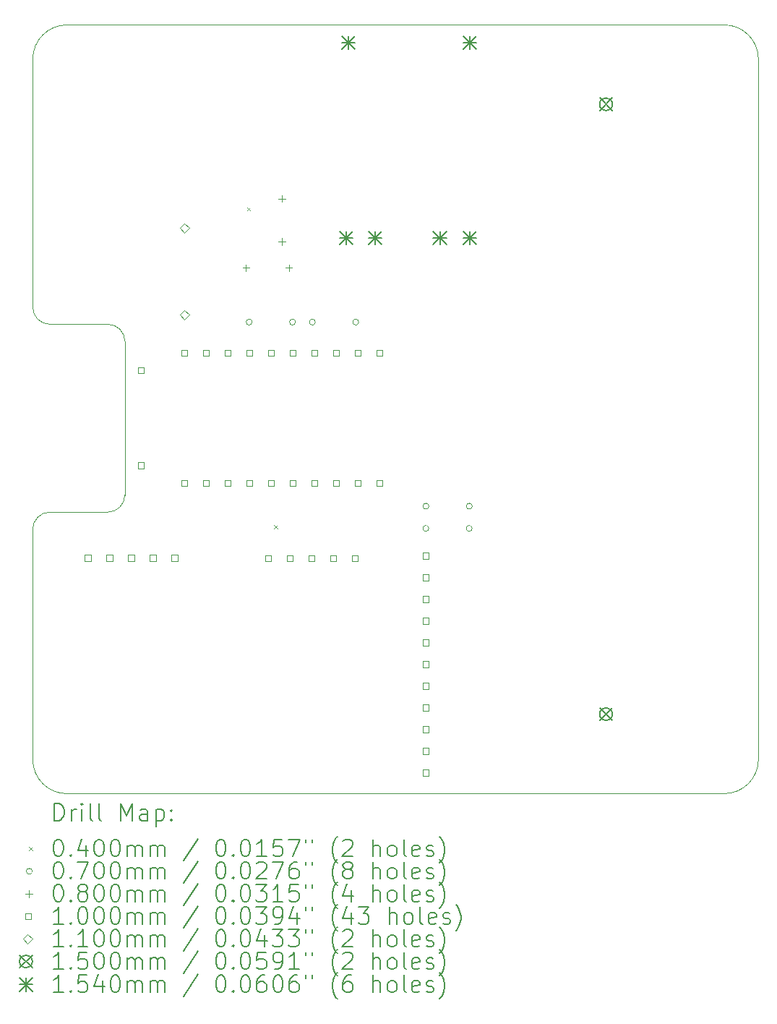
<source format=gbr>
%TF.GenerationSoftware,KiCad,Pcbnew,(6.0.9)*%
%TF.CreationDate,2023-01-27T22:10:23+02:00*%
%TF.ProjectId,Schematics,53636865-6d61-4746-9963-732e6b696361,rev?*%
%TF.SameCoordinates,Original*%
%TF.FileFunction,Drillmap*%
%TF.FilePolarity,Positive*%
%FSLAX45Y45*%
G04 Gerber Fmt 4.5, Leading zero omitted, Abs format (unit mm)*
G04 Created by KiCad (PCBNEW (6.0.9)) date 2023-01-27 22:10:23*
%MOMM*%
%LPD*%
G01*
G04 APERTURE LIST*
%ADD10C,0.100000*%
%ADD11C,0.200000*%
%ADD12C,0.040000*%
%ADD13C,0.070000*%
%ADD14C,0.080000*%
%ADD15C,0.110000*%
%ADD16C,0.150000*%
%ADD17C,0.154000*%
G04 APERTURE END LIST*
D10*
X10390200Y-5985400D02*
G75*
G03*
X9990200Y-6385400I0J-400000D01*
G01*
X18490200Y-6385400D02*
G75*
G03*
X18090200Y-5985400I-400000J0D01*
G01*
X18490200Y-6385400D02*
X18490200Y-14585400D01*
X11069000Y-9690000D02*
G75*
G03*
X10869000Y-9490000I-200000J0D01*
G01*
X11069000Y-9690000D02*
X11069000Y-11490000D01*
X9990200Y-14585400D02*
X9990000Y-11890000D01*
X10190000Y-11690000D02*
G75*
G03*
X9990000Y-11890000I0J-200000D01*
G01*
X10190000Y-11690000D02*
X10869000Y-11690000D01*
X18090200Y-14985400D02*
G75*
G03*
X18490200Y-14585400I0J400000D01*
G01*
X9990000Y-9290000D02*
G75*
G03*
X10190000Y-9490000I200000J0D01*
G01*
X9990200Y-6385400D02*
X9990000Y-9290000D01*
X10190000Y-9490000D02*
X10869000Y-9490000D01*
X10390200Y-5985400D02*
X18090200Y-5985400D01*
X18090200Y-14985400D02*
X10390200Y-14985400D01*
X10869000Y-11690000D02*
G75*
G03*
X11069000Y-11490000I0J200000D01*
G01*
X9990200Y-14585400D02*
G75*
G03*
X10390200Y-14985400I400000J0D01*
G01*
D11*
D12*
X12499000Y-8120000D02*
X12539000Y-8160000D01*
X12539000Y-8120000D02*
X12499000Y-8160000D01*
X12819000Y-11840000D02*
X12859000Y-11880000D01*
X12859000Y-11840000D02*
X12819000Y-11880000D01*
D13*
X12560000Y-9465000D02*
G75*
G03*
X12560000Y-9465000I-35000J0D01*
G01*
X13068000Y-9465000D02*
G75*
G03*
X13068000Y-9465000I-35000J0D01*
G01*
X13300000Y-9465000D02*
G75*
G03*
X13300000Y-9465000I-35000J0D01*
G01*
X13808000Y-9465000D02*
G75*
G03*
X13808000Y-9465000I-35000J0D01*
G01*
X14630000Y-11620000D02*
G75*
G03*
X14630000Y-11620000I-35000J0D01*
G01*
X14630000Y-11880000D02*
G75*
G03*
X14630000Y-11880000I-35000J0D01*
G01*
X15138000Y-11620000D02*
G75*
G03*
X15138000Y-11620000I-35000J0D01*
G01*
X15138000Y-11880000D02*
G75*
G03*
X15138000Y-11880000I-35000J0D01*
G01*
D14*
X12489000Y-8790000D02*
X12489000Y-8870000D01*
X12449000Y-8830000D02*
X12529000Y-8830000D01*
X12909000Y-7980000D02*
X12909000Y-8060000D01*
X12869000Y-8020000D02*
X12949000Y-8020000D01*
X12909000Y-8480000D02*
X12909000Y-8560000D01*
X12869000Y-8520000D02*
X12949000Y-8520000D01*
X12989000Y-8790000D02*
X12989000Y-8870000D01*
X12949000Y-8830000D02*
X13029000Y-8830000D01*
D10*
X10671356Y-12260356D02*
X10671356Y-12189644D01*
X10600644Y-12189644D01*
X10600644Y-12260356D01*
X10671356Y-12260356D01*
X10925356Y-12260356D02*
X10925356Y-12189644D01*
X10854644Y-12189644D01*
X10854644Y-12260356D01*
X10925356Y-12260356D01*
X11179356Y-12260356D02*
X11179356Y-12189644D01*
X11108644Y-12189644D01*
X11108644Y-12260356D01*
X11179356Y-12260356D01*
X11290856Y-10064756D02*
X11290856Y-9994044D01*
X11220144Y-9994044D01*
X11220144Y-10064756D01*
X11290856Y-10064756D01*
X11290856Y-11176756D02*
X11290856Y-11106044D01*
X11220144Y-11106044D01*
X11220144Y-11176756D01*
X11290856Y-11176756D01*
X11433356Y-12260356D02*
X11433356Y-12189644D01*
X11362644Y-12189644D01*
X11362644Y-12260356D01*
X11433356Y-12260356D01*
X11687356Y-12260356D02*
X11687356Y-12189644D01*
X11616644Y-12189644D01*
X11616644Y-12260356D01*
X11687356Y-12260356D01*
X11798856Y-9858756D02*
X11798856Y-9788044D01*
X11728144Y-9788044D01*
X11728144Y-9858756D01*
X11798856Y-9858756D01*
X11798856Y-11382756D02*
X11798856Y-11312044D01*
X11728144Y-11312044D01*
X11728144Y-11382756D01*
X11798856Y-11382756D01*
X12052856Y-9858756D02*
X12052856Y-9788044D01*
X11982144Y-9788044D01*
X11982144Y-9858756D01*
X12052856Y-9858756D01*
X12052856Y-11382756D02*
X12052856Y-11312044D01*
X11982144Y-11312044D01*
X11982144Y-11382756D01*
X12052856Y-11382756D01*
X12306856Y-9858756D02*
X12306856Y-9788044D01*
X12236144Y-9788044D01*
X12236144Y-9858756D01*
X12306856Y-9858756D01*
X12306856Y-11382756D02*
X12306856Y-11312044D01*
X12236144Y-11312044D01*
X12236144Y-11382756D01*
X12306856Y-11382756D01*
X12560856Y-9858756D02*
X12560856Y-9788044D01*
X12490144Y-9788044D01*
X12490144Y-9858756D01*
X12560856Y-9858756D01*
X12560856Y-11382756D02*
X12560856Y-11312044D01*
X12490144Y-11312044D01*
X12490144Y-11382756D01*
X12560856Y-11382756D01*
X12784556Y-12264306D02*
X12784556Y-12193594D01*
X12713844Y-12193594D01*
X12713844Y-12264306D01*
X12784556Y-12264306D01*
X12814856Y-9858756D02*
X12814856Y-9788044D01*
X12744144Y-9788044D01*
X12744144Y-9858756D01*
X12814856Y-9858756D01*
X12814856Y-11382756D02*
X12814856Y-11312044D01*
X12744144Y-11312044D01*
X12744144Y-11382756D01*
X12814856Y-11382756D01*
X13038556Y-12264306D02*
X13038556Y-12193594D01*
X12967844Y-12193594D01*
X12967844Y-12264306D01*
X13038556Y-12264306D01*
X13068856Y-9858756D02*
X13068856Y-9788044D01*
X12998144Y-9788044D01*
X12998144Y-9858756D01*
X13068856Y-9858756D01*
X13068856Y-11382756D02*
X13068856Y-11312044D01*
X12998144Y-11312044D01*
X12998144Y-11382756D01*
X13068856Y-11382756D01*
X13292556Y-12264306D02*
X13292556Y-12193594D01*
X13221844Y-12193594D01*
X13221844Y-12264306D01*
X13292556Y-12264306D01*
X13322856Y-9858756D02*
X13322856Y-9788044D01*
X13252144Y-9788044D01*
X13252144Y-9858756D01*
X13322856Y-9858756D01*
X13322856Y-11382756D02*
X13322856Y-11312044D01*
X13252144Y-11312044D01*
X13252144Y-11382756D01*
X13322856Y-11382756D01*
X13546556Y-12264306D02*
X13546556Y-12193594D01*
X13475844Y-12193594D01*
X13475844Y-12264306D01*
X13546556Y-12264306D01*
X13576856Y-9858756D02*
X13576856Y-9788044D01*
X13506144Y-9788044D01*
X13506144Y-9858756D01*
X13576856Y-9858756D01*
X13576856Y-11382756D02*
X13576856Y-11312044D01*
X13506144Y-11312044D01*
X13506144Y-11382756D01*
X13576856Y-11382756D01*
X13800556Y-12264306D02*
X13800556Y-12193594D01*
X13729844Y-12193594D01*
X13729844Y-12264306D01*
X13800556Y-12264306D01*
X13830856Y-9858756D02*
X13830856Y-9788044D01*
X13760144Y-9788044D01*
X13760144Y-9858756D01*
X13830856Y-9858756D01*
X13830856Y-11382756D02*
X13830856Y-11312044D01*
X13760144Y-11312044D01*
X13760144Y-11382756D01*
X13830856Y-11382756D01*
X14084856Y-9858756D02*
X14084856Y-9788044D01*
X14014144Y-9788044D01*
X14014144Y-9858756D01*
X14084856Y-9858756D01*
X14084856Y-11382756D02*
X14084856Y-11312044D01*
X14014144Y-11312044D01*
X14014144Y-11382756D01*
X14084856Y-11382756D01*
X14629856Y-12234556D02*
X14629856Y-12163844D01*
X14559144Y-12163844D01*
X14559144Y-12234556D01*
X14629856Y-12234556D01*
X14629856Y-12488556D02*
X14629856Y-12417844D01*
X14559144Y-12417844D01*
X14559144Y-12488556D01*
X14629856Y-12488556D01*
X14629856Y-12742556D02*
X14629856Y-12671844D01*
X14559144Y-12671844D01*
X14559144Y-12742556D01*
X14629856Y-12742556D01*
X14629856Y-12996556D02*
X14629856Y-12925844D01*
X14559144Y-12925844D01*
X14559144Y-12996556D01*
X14629856Y-12996556D01*
X14629856Y-13250556D02*
X14629856Y-13179844D01*
X14559144Y-13179844D01*
X14559144Y-13250556D01*
X14629856Y-13250556D01*
X14629856Y-13504556D02*
X14629856Y-13433844D01*
X14559144Y-13433844D01*
X14559144Y-13504556D01*
X14629856Y-13504556D01*
X14629856Y-13758556D02*
X14629856Y-13687844D01*
X14559144Y-13687844D01*
X14559144Y-13758556D01*
X14629856Y-13758556D01*
X14629856Y-14012556D02*
X14629856Y-13941844D01*
X14559144Y-13941844D01*
X14559144Y-14012556D01*
X14629856Y-14012556D01*
X14629856Y-14266556D02*
X14629856Y-14195844D01*
X14559144Y-14195844D01*
X14559144Y-14266556D01*
X14629856Y-14266556D01*
X14629856Y-14520556D02*
X14629856Y-14449844D01*
X14559144Y-14449844D01*
X14559144Y-14520556D01*
X14629856Y-14520556D01*
X14629856Y-14774556D02*
X14629856Y-14703844D01*
X14559144Y-14703844D01*
X14559144Y-14774556D01*
X14629856Y-14774556D01*
D15*
X11769000Y-8417000D02*
X11824000Y-8362000D01*
X11769000Y-8307000D01*
X11714000Y-8362000D01*
X11769000Y-8417000D01*
X11769000Y-9433000D02*
X11824000Y-9378000D01*
X11769000Y-9323000D01*
X11714000Y-9378000D01*
X11769000Y-9433000D01*
D16*
X16630000Y-6840000D02*
X16780000Y-6990000D01*
X16780000Y-6840000D02*
X16630000Y-6990000D01*
X16780000Y-6915000D02*
G75*
G03*
X16780000Y-6915000I-75000J0D01*
G01*
X16630000Y-13980000D02*
X16780000Y-14130000D01*
X16780000Y-13980000D02*
X16630000Y-14130000D01*
X16780000Y-14055000D02*
G75*
G03*
X16780000Y-14055000I-75000J0D01*
G01*
D17*
X13582000Y-8403000D02*
X13736000Y-8557000D01*
X13736000Y-8403000D02*
X13582000Y-8557000D01*
X13659000Y-8403000D02*
X13659000Y-8557000D01*
X13582000Y-8480000D02*
X13736000Y-8480000D01*
X13612000Y-6113000D02*
X13766000Y-6267000D01*
X13766000Y-6113000D02*
X13612000Y-6267000D01*
X13689000Y-6113000D02*
X13689000Y-6267000D01*
X13612000Y-6190000D02*
X13766000Y-6190000D01*
X13922000Y-8403000D02*
X14076000Y-8557000D01*
X14076000Y-8403000D02*
X13922000Y-8557000D01*
X13999000Y-8403000D02*
X13999000Y-8557000D01*
X13922000Y-8480000D02*
X14076000Y-8480000D01*
X14682000Y-8403000D02*
X14836000Y-8557000D01*
X14836000Y-8403000D02*
X14682000Y-8557000D01*
X14759000Y-8403000D02*
X14759000Y-8557000D01*
X14682000Y-8480000D02*
X14836000Y-8480000D01*
X15032000Y-6113000D02*
X15186000Y-6267000D01*
X15186000Y-6113000D02*
X15032000Y-6267000D01*
X15109000Y-6113000D02*
X15109000Y-6267000D01*
X15032000Y-6190000D02*
X15186000Y-6190000D01*
X15032000Y-8403000D02*
X15186000Y-8557000D01*
X15186000Y-8403000D02*
X15032000Y-8557000D01*
X15109000Y-8403000D02*
X15109000Y-8557000D01*
X15032000Y-8480000D02*
X15186000Y-8480000D01*
D11*
X10242619Y-15300876D02*
X10242619Y-15100876D01*
X10290238Y-15100876D01*
X10318810Y-15110400D01*
X10337857Y-15129448D01*
X10347381Y-15148495D01*
X10356905Y-15186590D01*
X10356905Y-15215162D01*
X10347381Y-15253257D01*
X10337857Y-15272305D01*
X10318810Y-15291352D01*
X10290238Y-15300876D01*
X10242619Y-15300876D01*
X10442619Y-15300876D02*
X10442619Y-15167543D01*
X10442619Y-15205638D02*
X10452143Y-15186590D01*
X10461667Y-15177067D01*
X10480714Y-15167543D01*
X10499762Y-15167543D01*
X10566429Y-15300876D02*
X10566429Y-15167543D01*
X10566429Y-15100876D02*
X10556905Y-15110400D01*
X10566429Y-15119924D01*
X10575952Y-15110400D01*
X10566429Y-15100876D01*
X10566429Y-15119924D01*
X10690238Y-15300876D02*
X10671190Y-15291352D01*
X10661667Y-15272305D01*
X10661667Y-15100876D01*
X10795000Y-15300876D02*
X10775952Y-15291352D01*
X10766429Y-15272305D01*
X10766429Y-15100876D01*
X11023571Y-15300876D02*
X11023571Y-15100876D01*
X11090238Y-15243733D01*
X11156905Y-15100876D01*
X11156905Y-15300876D01*
X11337857Y-15300876D02*
X11337857Y-15196114D01*
X11328333Y-15177067D01*
X11309286Y-15167543D01*
X11271190Y-15167543D01*
X11252143Y-15177067D01*
X11337857Y-15291352D02*
X11318809Y-15300876D01*
X11271190Y-15300876D01*
X11252143Y-15291352D01*
X11242619Y-15272305D01*
X11242619Y-15253257D01*
X11252143Y-15234209D01*
X11271190Y-15224686D01*
X11318809Y-15224686D01*
X11337857Y-15215162D01*
X11433095Y-15167543D02*
X11433095Y-15367543D01*
X11433095Y-15177067D02*
X11452143Y-15167543D01*
X11490238Y-15167543D01*
X11509286Y-15177067D01*
X11518809Y-15186590D01*
X11528333Y-15205638D01*
X11528333Y-15262781D01*
X11518809Y-15281828D01*
X11509286Y-15291352D01*
X11490238Y-15300876D01*
X11452143Y-15300876D01*
X11433095Y-15291352D01*
X11614048Y-15281828D02*
X11623571Y-15291352D01*
X11614048Y-15300876D01*
X11604524Y-15291352D01*
X11614048Y-15281828D01*
X11614048Y-15300876D01*
X11614048Y-15177067D02*
X11623571Y-15186590D01*
X11614048Y-15196114D01*
X11604524Y-15186590D01*
X11614048Y-15177067D01*
X11614048Y-15196114D01*
D12*
X9945000Y-15610400D02*
X9985000Y-15650400D01*
X9985000Y-15610400D02*
X9945000Y-15650400D01*
D11*
X10280714Y-15520876D02*
X10299762Y-15520876D01*
X10318810Y-15530400D01*
X10328333Y-15539924D01*
X10337857Y-15558971D01*
X10347381Y-15597067D01*
X10347381Y-15644686D01*
X10337857Y-15682781D01*
X10328333Y-15701828D01*
X10318810Y-15711352D01*
X10299762Y-15720876D01*
X10280714Y-15720876D01*
X10261667Y-15711352D01*
X10252143Y-15701828D01*
X10242619Y-15682781D01*
X10233095Y-15644686D01*
X10233095Y-15597067D01*
X10242619Y-15558971D01*
X10252143Y-15539924D01*
X10261667Y-15530400D01*
X10280714Y-15520876D01*
X10433095Y-15701828D02*
X10442619Y-15711352D01*
X10433095Y-15720876D01*
X10423571Y-15711352D01*
X10433095Y-15701828D01*
X10433095Y-15720876D01*
X10614048Y-15587543D02*
X10614048Y-15720876D01*
X10566429Y-15511352D02*
X10518810Y-15654209D01*
X10642619Y-15654209D01*
X10756905Y-15520876D02*
X10775952Y-15520876D01*
X10795000Y-15530400D01*
X10804524Y-15539924D01*
X10814048Y-15558971D01*
X10823571Y-15597067D01*
X10823571Y-15644686D01*
X10814048Y-15682781D01*
X10804524Y-15701828D01*
X10795000Y-15711352D01*
X10775952Y-15720876D01*
X10756905Y-15720876D01*
X10737857Y-15711352D01*
X10728333Y-15701828D01*
X10718810Y-15682781D01*
X10709286Y-15644686D01*
X10709286Y-15597067D01*
X10718810Y-15558971D01*
X10728333Y-15539924D01*
X10737857Y-15530400D01*
X10756905Y-15520876D01*
X10947381Y-15520876D02*
X10966429Y-15520876D01*
X10985476Y-15530400D01*
X10995000Y-15539924D01*
X11004524Y-15558971D01*
X11014048Y-15597067D01*
X11014048Y-15644686D01*
X11004524Y-15682781D01*
X10995000Y-15701828D01*
X10985476Y-15711352D01*
X10966429Y-15720876D01*
X10947381Y-15720876D01*
X10928333Y-15711352D01*
X10918810Y-15701828D01*
X10909286Y-15682781D01*
X10899762Y-15644686D01*
X10899762Y-15597067D01*
X10909286Y-15558971D01*
X10918810Y-15539924D01*
X10928333Y-15530400D01*
X10947381Y-15520876D01*
X11099762Y-15720876D02*
X11099762Y-15587543D01*
X11099762Y-15606590D02*
X11109286Y-15597067D01*
X11128333Y-15587543D01*
X11156905Y-15587543D01*
X11175952Y-15597067D01*
X11185476Y-15616114D01*
X11185476Y-15720876D01*
X11185476Y-15616114D02*
X11195000Y-15597067D01*
X11214048Y-15587543D01*
X11242619Y-15587543D01*
X11261667Y-15597067D01*
X11271190Y-15616114D01*
X11271190Y-15720876D01*
X11366428Y-15720876D02*
X11366428Y-15587543D01*
X11366428Y-15606590D02*
X11375952Y-15597067D01*
X11395000Y-15587543D01*
X11423571Y-15587543D01*
X11442619Y-15597067D01*
X11452143Y-15616114D01*
X11452143Y-15720876D01*
X11452143Y-15616114D02*
X11461667Y-15597067D01*
X11480714Y-15587543D01*
X11509286Y-15587543D01*
X11528333Y-15597067D01*
X11537857Y-15616114D01*
X11537857Y-15720876D01*
X11928333Y-15511352D02*
X11756905Y-15768495D01*
X12185476Y-15520876D02*
X12204524Y-15520876D01*
X12223571Y-15530400D01*
X12233095Y-15539924D01*
X12242619Y-15558971D01*
X12252143Y-15597067D01*
X12252143Y-15644686D01*
X12242619Y-15682781D01*
X12233095Y-15701828D01*
X12223571Y-15711352D01*
X12204524Y-15720876D01*
X12185476Y-15720876D01*
X12166428Y-15711352D01*
X12156905Y-15701828D01*
X12147381Y-15682781D01*
X12137857Y-15644686D01*
X12137857Y-15597067D01*
X12147381Y-15558971D01*
X12156905Y-15539924D01*
X12166428Y-15530400D01*
X12185476Y-15520876D01*
X12337857Y-15701828D02*
X12347381Y-15711352D01*
X12337857Y-15720876D01*
X12328333Y-15711352D01*
X12337857Y-15701828D01*
X12337857Y-15720876D01*
X12471190Y-15520876D02*
X12490238Y-15520876D01*
X12509286Y-15530400D01*
X12518809Y-15539924D01*
X12528333Y-15558971D01*
X12537857Y-15597067D01*
X12537857Y-15644686D01*
X12528333Y-15682781D01*
X12518809Y-15701828D01*
X12509286Y-15711352D01*
X12490238Y-15720876D01*
X12471190Y-15720876D01*
X12452143Y-15711352D01*
X12442619Y-15701828D01*
X12433095Y-15682781D01*
X12423571Y-15644686D01*
X12423571Y-15597067D01*
X12433095Y-15558971D01*
X12442619Y-15539924D01*
X12452143Y-15530400D01*
X12471190Y-15520876D01*
X12728333Y-15720876D02*
X12614048Y-15720876D01*
X12671190Y-15720876D02*
X12671190Y-15520876D01*
X12652143Y-15549448D01*
X12633095Y-15568495D01*
X12614048Y-15578019D01*
X12909286Y-15520876D02*
X12814048Y-15520876D01*
X12804524Y-15616114D01*
X12814048Y-15606590D01*
X12833095Y-15597067D01*
X12880714Y-15597067D01*
X12899762Y-15606590D01*
X12909286Y-15616114D01*
X12918809Y-15635162D01*
X12918809Y-15682781D01*
X12909286Y-15701828D01*
X12899762Y-15711352D01*
X12880714Y-15720876D01*
X12833095Y-15720876D01*
X12814048Y-15711352D01*
X12804524Y-15701828D01*
X12985476Y-15520876D02*
X13118809Y-15520876D01*
X13033095Y-15720876D01*
X13185476Y-15520876D02*
X13185476Y-15558971D01*
X13261667Y-15520876D02*
X13261667Y-15558971D01*
X13556905Y-15797067D02*
X13547381Y-15787543D01*
X13528333Y-15758971D01*
X13518809Y-15739924D01*
X13509286Y-15711352D01*
X13499762Y-15663733D01*
X13499762Y-15625638D01*
X13509286Y-15578019D01*
X13518809Y-15549448D01*
X13528333Y-15530400D01*
X13547381Y-15501828D01*
X13556905Y-15492305D01*
X13623571Y-15539924D02*
X13633095Y-15530400D01*
X13652143Y-15520876D01*
X13699762Y-15520876D01*
X13718809Y-15530400D01*
X13728333Y-15539924D01*
X13737857Y-15558971D01*
X13737857Y-15578019D01*
X13728333Y-15606590D01*
X13614048Y-15720876D01*
X13737857Y-15720876D01*
X13975952Y-15720876D02*
X13975952Y-15520876D01*
X14061667Y-15720876D02*
X14061667Y-15616114D01*
X14052143Y-15597067D01*
X14033095Y-15587543D01*
X14004524Y-15587543D01*
X13985476Y-15597067D01*
X13975952Y-15606590D01*
X14185476Y-15720876D02*
X14166428Y-15711352D01*
X14156905Y-15701828D01*
X14147381Y-15682781D01*
X14147381Y-15625638D01*
X14156905Y-15606590D01*
X14166428Y-15597067D01*
X14185476Y-15587543D01*
X14214048Y-15587543D01*
X14233095Y-15597067D01*
X14242619Y-15606590D01*
X14252143Y-15625638D01*
X14252143Y-15682781D01*
X14242619Y-15701828D01*
X14233095Y-15711352D01*
X14214048Y-15720876D01*
X14185476Y-15720876D01*
X14366428Y-15720876D02*
X14347381Y-15711352D01*
X14337857Y-15692305D01*
X14337857Y-15520876D01*
X14518809Y-15711352D02*
X14499762Y-15720876D01*
X14461667Y-15720876D01*
X14442619Y-15711352D01*
X14433095Y-15692305D01*
X14433095Y-15616114D01*
X14442619Y-15597067D01*
X14461667Y-15587543D01*
X14499762Y-15587543D01*
X14518809Y-15597067D01*
X14528333Y-15616114D01*
X14528333Y-15635162D01*
X14433095Y-15654209D01*
X14604524Y-15711352D02*
X14623571Y-15720876D01*
X14661667Y-15720876D01*
X14680714Y-15711352D01*
X14690238Y-15692305D01*
X14690238Y-15682781D01*
X14680714Y-15663733D01*
X14661667Y-15654209D01*
X14633095Y-15654209D01*
X14614048Y-15644686D01*
X14604524Y-15625638D01*
X14604524Y-15616114D01*
X14614048Y-15597067D01*
X14633095Y-15587543D01*
X14661667Y-15587543D01*
X14680714Y-15597067D01*
X14756905Y-15797067D02*
X14766428Y-15787543D01*
X14785476Y-15758971D01*
X14795000Y-15739924D01*
X14804524Y-15711352D01*
X14814048Y-15663733D01*
X14814048Y-15625638D01*
X14804524Y-15578019D01*
X14795000Y-15549448D01*
X14785476Y-15530400D01*
X14766428Y-15501828D01*
X14756905Y-15492305D01*
D13*
X9985000Y-15894400D02*
G75*
G03*
X9985000Y-15894400I-35000J0D01*
G01*
D11*
X10280714Y-15784876D02*
X10299762Y-15784876D01*
X10318810Y-15794400D01*
X10328333Y-15803924D01*
X10337857Y-15822971D01*
X10347381Y-15861067D01*
X10347381Y-15908686D01*
X10337857Y-15946781D01*
X10328333Y-15965828D01*
X10318810Y-15975352D01*
X10299762Y-15984876D01*
X10280714Y-15984876D01*
X10261667Y-15975352D01*
X10252143Y-15965828D01*
X10242619Y-15946781D01*
X10233095Y-15908686D01*
X10233095Y-15861067D01*
X10242619Y-15822971D01*
X10252143Y-15803924D01*
X10261667Y-15794400D01*
X10280714Y-15784876D01*
X10433095Y-15965828D02*
X10442619Y-15975352D01*
X10433095Y-15984876D01*
X10423571Y-15975352D01*
X10433095Y-15965828D01*
X10433095Y-15984876D01*
X10509286Y-15784876D02*
X10642619Y-15784876D01*
X10556905Y-15984876D01*
X10756905Y-15784876D02*
X10775952Y-15784876D01*
X10795000Y-15794400D01*
X10804524Y-15803924D01*
X10814048Y-15822971D01*
X10823571Y-15861067D01*
X10823571Y-15908686D01*
X10814048Y-15946781D01*
X10804524Y-15965828D01*
X10795000Y-15975352D01*
X10775952Y-15984876D01*
X10756905Y-15984876D01*
X10737857Y-15975352D01*
X10728333Y-15965828D01*
X10718810Y-15946781D01*
X10709286Y-15908686D01*
X10709286Y-15861067D01*
X10718810Y-15822971D01*
X10728333Y-15803924D01*
X10737857Y-15794400D01*
X10756905Y-15784876D01*
X10947381Y-15784876D02*
X10966429Y-15784876D01*
X10985476Y-15794400D01*
X10995000Y-15803924D01*
X11004524Y-15822971D01*
X11014048Y-15861067D01*
X11014048Y-15908686D01*
X11004524Y-15946781D01*
X10995000Y-15965828D01*
X10985476Y-15975352D01*
X10966429Y-15984876D01*
X10947381Y-15984876D01*
X10928333Y-15975352D01*
X10918810Y-15965828D01*
X10909286Y-15946781D01*
X10899762Y-15908686D01*
X10899762Y-15861067D01*
X10909286Y-15822971D01*
X10918810Y-15803924D01*
X10928333Y-15794400D01*
X10947381Y-15784876D01*
X11099762Y-15984876D02*
X11099762Y-15851543D01*
X11099762Y-15870590D02*
X11109286Y-15861067D01*
X11128333Y-15851543D01*
X11156905Y-15851543D01*
X11175952Y-15861067D01*
X11185476Y-15880114D01*
X11185476Y-15984876D01*
X11185476Y-15880114D02*
X11195000Y-15861067D01*
X11214048Y-15851543D01*
X11242619Y-15851543D01*
X11261667Y-15861067D01*
X11271190Y-15880114D01*
X11271190Y-15984876D01*
X11366428Y-15984876D02*
X11366428Y-15851543D01*
X11366428Y-15870590D02*
X11375952Y-15861067D01*
X11395000Y-15851543D01*
X11423571Y-15851543D01*
X11442619Y-15861067D01*
X11452143Y-15880114D01*
X11452143Y-15984876D01*
X11452143Y-15880114D02*
X11461667Y-15861067D01*
X11480714Y-15851543D01*
X11509286Y-15851543D01*
X11528333Y-15861067D01*
X11537857Y-15880114D01*
X11537857Y-15984876D01*
X11928333Y-15775352D02*
X11756905Y-16032495D01*
X12185476Y-15784876D02*
X12204524Y-15784876D01*
X12223571Y-15794400D01*
X12233095Y-15803924D01*
X12242619Y-15822971D01*
X12252143Y-15861067D01*
X12252143Y-15908686D01*
X12242619Y-15946781D01*
X12233095Y-15965828D01*
X12223571Y-15975352D01*
X12204524Y-15984876D01*
X12185476Y-15984876D01*
X12166428Y-15975352D01*
X12156905Y-15965828D01*
X12147381Y-15946781D01*
X12137857Y-15908686D01*
X12137857Y-15861067D01*
X12147381Y-15822971D01*
X12156905Y-15803924D01*
X12166428Y-15794400D01*
X12185476Y-15784876D01*
X12337857Y-15965828D02*
X12347381Y-15975352D01*
X12337857Y-15984876D01*
X12328333Y-15975352D01*
X12337857Y-15965828D01*
X12337857Y-15984876D01*
X12471190Y-15784876D02*
X12490238Y-15784876D01*
X12509286Y-15794400D01*
X12518809Y-15803924D01*
X12528333Y-15822971D01*
X12537857Y-15861067D01*
X12537857Y-15908686D01*
X12528333Y-15946781D01*
X12518809Y-15965828D01*
X12509286Y-15975352D01*
X12490238Y-15984876D01*
X12471190Y-15984876D01*
X12452143Y-15975352D01*
X12442619Y-15965828D01*
X12433095Y-15946781D01*
X12423571Y-15908686D01*
X12423571Y-15861067D01*
X12433095Y-15822971D01*
X12442619Y-15803924D01*
X12452143Y-15794400D01*
X12471190Y-15784876D01*
X12614048Y-15803924D02*
X12623571Y-15794400D01*
X12642619Y-15784876D01*
X12690238Y-15784876D01*
X12709286Y-15794400D01*
X12718809Y-15803924D01*
X12728333Y-15822971D01*
X12728333Y-15842019D01*
X12718809Y-15870590D01*
X12604524Y-15984876D01*
X12728333Y-15984876D01*
X12795000Y-15784876D02*
X12928333Y-15784876D01*
X12842619Y-15984876D01*
X13090238Y-15784876D02*
X13052143Y-15784876D01*
X13033095Y-15794400D01*
X13023571Y-15803924D01*
X13004524Y-15832495D01*
X12995000Y-15870590D01*
X12995000Y-15946781D01*
X13004524Y-15965828D01*
X13014048Y-15975352D01*
X13033095Y-15984876D01*
X13071190Y-15984876D01*
X13090238Y-15975352D01*
X13099762Y-15965828D01*
X13109286Y-15946781D01*
X13109286Y-15899162D01*
X13099762Y-15880114D01*
X13090238Y-15870590D01*
X13071190Y-15861067D01*
X13033095Y-15861067D01*
X13014048Y-15870590D01*
X13004524Y-15880114D01*
X12995000Y-15899162D01*
X13185476Y-15784876D02*
X13185476Y-15822971D01*
X13261667Y-15784876D02*
X13261667Y-15822971D01*
X13556905Y-16061067D02*
X13547381Y-16051543D01*
X13528333Y-16022971D01*
X13518809Y-16003924D01*
X13509286Y-15975352D01*
X13499762Y-15927733D01*
X13499762Y-15889638D01*
X13509286Y-15842019D01*
X13518809Y-15813448D01*
X13528333Y-15794400D01*
X13547381Y-15765828D01*
X13556905Y-15756305D01*
X13661667Y-15870590D02*
X13642619Y-15861067D01*
X13633095Y-15851543D01*
X13623571Y-15832495D01*
X13623571Y-15822971D01*
X13633095Y-15803924D01*
X13642619Y-15794400D01*
X13661667Y-15784876D01*
X13699762Y-15784876D01*
X13718809Y-15794400D01*
X13728333Y-15803924D01*
X13737857Y-15822971D01*
X13737857Y-15832495D01*
X13728333Y-15851543D01*
X13718809Y-15861067D01*
X13699762Y-15870590D01*
X13661667Y-15870590D01*
X13642619Y-15880114D01*
X13633095Y-15889638D01*
X13623571Y-15908686D01*
X13623571Y-15946781D01*
X13633095Y-15965828D01*
X13642619Y-15975352D01*
X13661667Y-15984876D01*
X13699762Y-15984876D01*
X13718809Y-15975352D01*
X13728333Y-15965828D01*
X13737857Y-15946781D01*
X13737857Y-15908686D01*
X13728333Y-15889638D01*
X13718809Y-15880114D01*
X13699762Y-15870590D01*
X13975952Y-15984876D02*
X13975952Y-15784876D01*
X14061667Y-15984876D02*
X14061667Y-15880114D01*
X14052143Y-15861067D01*
X14033095Y-15851543D01*
X14004524Y-15851543D01*
X13985476Y-15861067D01*
X13975952Y-15870590D01*
X14185476Y-15984876D02*
X14166428Y-15975352D01*
X14156905Y-15965828D01*
X14147381Y-15946781D01*
X14147381Y-15889638D01*
X14156905Y-15870590D01*
X14166428Y-15861067D01*
X14185476Y-15851543D01*
X14214048Y-15851543D01*
X14233095Y-15861067D01*
X14242619Y-15870590D01*
X14252143Y-15889638D01*
X14252143Y-15946781D01*
X14242619Y-15965828D01*
X14233095Y-15975352D01*
X14214048Y-15984876D01*
X14185476Y-15984876D01*
X14366428Y-15984876D02*
X14347381Y-15975352D01*
X14337857Y-15956305D01*
X14337857Y-15784876D01*
X14518809Y-15975352D02*
X14499762Y-15984876D01*
X14461667Y-15984876D01*
X14442619Y-15975352D01*
X14433095Y-15956305D01*
X14433095Y-15880114D01*
X14442619Y-15861067D01*
X14461667Y-15851543D01*
X14499762Y-15851543D01*
X14518809Y-15861067D01*
X14528333Y-15880114D01*
X14528333Y-15899162D01*
X14433095Y-15918209D01*
X14604524Y-15975352D02*
X14623571Y-15984876D01*
X14661667Y-15984876D01*
X14680714Y-15975352D01*
X14690238Y-15956305D01*
X14690238Y-15946781D01*
X14680714Y-15927733D01*
X14661667Y-15918209D01*
X14633095Y-15918209D01*
X14614048Y-15908686D01*
X14604524Y-15889638D01*
X14604524Y-15880114D01*
X14614048Y-15861067D01*
X14633095Y-15851543D01*
X14661667Y-15851543D01*
X14680714Y-15861067D01*
X14756905Y-16061067D02*
X14766428Y-16051543D01*
X14785476Y-16022971D01*
X14795000Y-16003924D01*
X14804524Y-15975352D01*
X14814048Y-15927733D01*
X14814048Y-15889638D01*
X14804524Y-15842019D01*
X14795000Y-15813448D01*
X14785476Y-15794400D01*
X14766428Y-15765828D01*
X14756905Y-15756305D01*
D14*
X9945000Y-16118400D02*
X9945000Y-16198400D01*
X9905000Y-16158400D02*
X9985000Y-16158400D01*
D11*
X10280714Y-16048876D02*
X10299762Y-16048876D01*
X10318810Y-16058400D01*
X10328333Y-16067924D01*
X10337857Y-16086971D01*
X10347381Y-16125067D01*
X10347381Y-16172686D01*
X10337857Y-16210781D01*
X10328333Y-16229828D01*
X10318810Y-16239352D01*
X10299762Y-16248876D01*
X10280714Y-16248876D01*
X10261667Y-16239352D01*
X10252143Y-16229828D01*
X10242619Y-16210781D01*
X10233095Y-16172686D01*
X10233095Y-16125067D01*
X10242619Y-16086971D01*
X10252143Y-16067924D01*
X10261667Y-16058400D01*
X10280714Y-16048876D01*
X10433095Y-16229828D02*
X10442619Y-16239352D01*
X10433095Y-16248876D01*
X10423571Y-16239352D01*
X10433095Y-16229828D01*
X10433095Y-16248876D01*
X10556905Y-16134590D02*
X10537857Y-16125067D01*
X10528333Y-16115543D01*
X10518810Y-16096495D01*
X10518810Y-16086971D01*
X10528333Y-16067924D01*
X10537857Y-16058400D01*
X10556905Y-16048876D01*
X10595000Y-16048876D01*
X10614048Y-16058400D01*
X10623571Y-16067924D01*
X10633095Y-16086971D01*
X10633095Y-16096495D01*
X10623571Y-16115543D01*
X10614048Y-16125067D01*
X10595000Y-16134590D01*
X10556905Y-16134590D01*
X10537857Y-16144114D01*
X10528333Y-16153638D01*
X10518810Y-16172686D01*
X10518810Y-16210781D01*
X10528333Y-16229828D01*
X10537857Y-16239352D01*
X10556905Y-16248876D01*
X10595000Y-16248876D01*
X10614048Y-16239352D01*
X10623571Y-16229828D01*
X10633095Y-16210781D01*
X10633095Y-16172686D01*
X10623571Y-16153638D01*
X10614048Y-16144114D01*
X10595000Y-16134590D01*
X10756905Y-16048876D02*
X10775952Y-16048876D01*
X10795000Y-16058400D01*
X10804524Y-16067924D01*
X10814048Y-16086971D01*
X10823571Y-16125067D01*
X10823571Y-16172686D01*
X10814048Y-16210781D01*
X10804524Y-16229828D01*
X10795000Y-16239352D01*
X10775952Y-16248876D01*
X10756905Y-16248876D01*
X10737857Y-16239352D01*
X10728333Y-16229828D01*
X10718810Y-16210781D01*
X10709286Y-16172686D01*
X10709286Y-16125067D01*
X10718810Y-16086971D01*
X10728333Y-16067924D01*
X10737857Y-16058400D01*
X10756905Y-16048876D01*
X10947381Y-16048876D02*
X10966429Y-16048876D01*
X10985476Y-16058400D01*
X10995000Y-16067924D01*
X11004524Y-16086971D01*
X11014048Y-16125067D01*
X11014048Y-16172686D01*
X11004524Y-16210781D01*
X10995000Y-16229828D01*
X10985476Y-16239352D01*
X10966429Y-16248876D01*
X10947381Y-16248876D01*
X10928333Y-16239352D01*
X10918810Y-16229828D01*
X10909286Y-16210781D01*
X10899762Y-16172686D01*
X10899762Y-16125067D01*
X10909286Y-16086971D01*
X10918810Y-16067924D01*
X10928333Y-16058400D01*
X10947381Y-16048876D01*
X11099762Y-16248876D02*
X11099762Y-16115543D01*
X11099762Y-16134590D02*
X11109286Y-16125067D01*
X11128333Y-16115543D01*
X11156905Y-16115543D01*
X11175952Y-16125067D01*
X11185476Y-16144114D01*
X11185476Y-16248876D01*
X11185476Y-16144114D02*
X11195000Y-16125067D01*
X11214048Y-16115543D01*
X11242619Y-16115543D01*
X11261667Y-16125067D01*
X11271190Y-16144114D01*
X11271190Y-16248876D01*
X11366428Y-16248876D02*
X11366428Y-16115543D01*
X11366428Y-16134590D02*
X11375952Y-16125067D01*
X11395000Y-16115543D01*
X11423571Y-16115543D01*
X11442619Y-16125067D01*
X11452143Y-16144114D01*
X11452143Y-16248876D01*
X11452143Y-16144114D02*
X11461667Y-16125067D01*
X11480714Y-16115543D01*
X11509286Y-16115543D01*
X11528333Y-16125067D01*
X11537857Y-16144114D01*
X11537857Y-16248876D01*
X11928333Y-16039352D02*
X11756905Y-16296495D01*
X12185476Y-16048876D02*
X12204524Y-16048876D01*
X12223571Y-16058400D01*
X12233095Y-16067924D01*
X12242619Y-16086971D01*
X12252143Y-16125067D01*
X12252143Y-16172686D01*
X12242619Y-16210781D01*
X12233095Y-16229828D01*
X12223571Y-16239352D01*
X12204524Y-16248876D01*
X12185476Y-16248876D01*
X12166428Y-16239352D01*
X12156905Y-16229828D01*
X12147381Y-16210781D01*
X12137857Y-16172686D01*
X12137857Y-16125067D01*
X12147381Y-16086971D01*
X12156905Y-16067924D01*
X12166428Y-16058400D01*
X12185476Y-16048876D01*
X12337857Y-16229828D02*
X12347381Y-16239352D01*
X12337857Y-16248876D01*
X12328333Y-16239352D01*
X12337857Y-16229828D01*
X12337857Y-16248876D01*
X12471190Y-16048876D02*
X12490238Y-16048876D01*
X12509286Y-16058400D01*
X12518809Y-16067924D01*
X12528333Y-16086971D01*
X12537857Y-16125067D01*
X12537857Y-16172686D01*
X12528333Y-16210781D01*
X12518809Y-16229828D01*
X12509286Y-16239352D01*
X12490238Y-16248876D01*
X12471190Y-16248876D01*
X12452143Y-16239352D01*
X12442619Y-16229828D01*
X12433095Y-16210781D01*
X12423571Y-16172686D01*
X12423571Y-16125067D01*
X12433095Y-16086971D01*
X12442619Y-16067924D01*
X12452143Y-16058400D01*
X12471190Y-16048876D01*
X12604524Y-16048876D02*
X12728333Y-16048876D01*
X12661667Y-16125067D01*
X12690238Y-16125067D01*
X12709286Y-16134590D01*
X12718809Y-16144114D01*
X12728333Y-16163162D01*
X12728333Y-16210781D01*
X12718809Y-16229828D01*
X12709286Y-16239352D01*
X12690238Y-16248876D01*
X12633095Y-16248876D01*
X12614048Y-16239352D01*
X12604524Y-16229828D01*
X12918809Y-16248876D02*
X12804524Y-16248876D01*
X12861667Y-16248876D02*
X12861667Y-16048876D01*
X12842619Y-16077448D01*
X12823571Y-16096495D01*
X12804524Y-16106019D01*
X13099762Y-16048876D02*
X13004524Y-16048876D01*
X12995000Y-16144114D01*
X13004524Y-16134590D01*
X13023571Y-16125067D01*
X13071190Y-16125067D01*
X13090238Y-16134590D01*
X13099762Y-16144114D01*
X13109286Y-16163162D01*
X13109286Y-16210781D01*
X13099762Y-16229828D01*
X13090238Y-16239352D01*
X13071190Y-16248876D01*
X13023571Y-16248876D01*
X13004524Y-16239352D01*
X12995000Y-16229828D01*
X13185476Y-16048876D02*
X13185476Y-16086971D01*
X13261667Y-16048876D02*
X13261667Y-16086971D01*
X13556905Y-16325067D02*
X13547381Y-16315543D01*
X13528333Y-16286971D01*
X13518809Y-16267924D01*
X13509286Y-16239352D01*
X13499762Y-16191733D01*
X13499762Y-16153638D01*
X13509286Y-16106019D01*
X13518809Y-16077448D01*
X13528333Y-16058400D01*
X13547381Y-16029828D01*
X13556905Y-16020305D01*
X13718809Y-16115543D02*
X13718809Y-16248876D01*
X13671190Y-16039352D02*
X13623571Y-16182209D01*
X13747381Y-16182209D01*
X13975952Y-16248876D02*
X13975952Y-16048876D01*
X14061667Y-16248876D02*
X14061667Y-16144114D01*
X14052143Y-16125067D01*
X14033095Y-16115543D01*
X14004524Y-16115543D01*
X13985476Y-16125067D01*
X13975952Y-16134590D01*
X14185476Y-16248876D02*
X14166428Y-16239352D01*
X14156905Y-16229828D01*
X14147381Y-16210781D01*
X14147381Y-16153638D01*
X14156905Y-16134590D01*
X14166428Y-16125067D01*
X14185476Y-16115543D01*
X14214048Y-16115543D01*
X14233095Y-16125067D01*
X14242619Y-16134590D01*
X14252143Y-16153638D01*
X14252143Y-16210781D01*
X14242619Y-16229828D01*
X14233095Y-16239352D01*
X14214048Y-16248876D01*
X14185476Y-16248876D01*
X14366428Y-16248876D02*
X14347381Y-16239352D01*
X14337857Y-16220305D01*
X14337857Y-16048876D01*
X14518809Y-16239352D02*
X14499762Y-16248876D01*
X14461667Y-16248876D01*
X14442619Y-16239352D01*
X14433095Y-16220305D01*
X14433095Y-16144114D01*
X14442619Y-16125067D01*
X14461667Y-16115543D01*
X14499762Y-16115543D01*
X14518809Y-16125067D01*
X14528333Y-16144114D01*
X14528333Y-16163162D01*
X14433095Y-16182209D01*
X14604524Y-16239352D02*
X14623571Y-16248876D01*
X14661667Y-16248876D01*
X14680714Y-16239352D01*
X14690238Y-16220305D01*
X14690238Y-16210781D01*
X14680714Y-16191733D01*
X14661667Y-16182209D01*
X14633095Y-16182209D01*
X14614048Y-16172686D01*
X14604524Y-16153638D01*
X14604524Y-16144114D01*
X14614048Y-16125067D01*
X14633095Y-16115543D01*
X14661667Y-16115543D01*
X14680714Y-16125067D01*
X14756905Y-16325067D02*
X14766428Y-16315543D01*
X14785476Y-16286971D01*
X14795000Y-16267924D01*
X14804524Y-16239352D01*
X14814048Y-16191733D01*
X14814048Y-16153638D01*
X14804524Y-16106019D01*
X14795000Y-16077448D01*
X14785476Y-16058400D01*
X14766428Y-16029828D01*
X14756905Y-16020305D01*
D10*
X9970356Y-16457756D02*
X9970356Y-16387044D01*
X9899644Y-16387044D01*
X9899644Y-16457756D01*
X9970356Y-16457756D01*
D11*
X10347381Y-16512876D02*
X10233095Y-16512876D01*
X10290238Y-16512876D02*
X10290238Y-16312876D01*
X10271190Y-16341448D01*
X10252143Y-16360495D01*
X10233095Y-16370019D01*
X10433095Y-16493828D02*
X10442619Y-16503352D01*
X10433095Y-16512876D01*
X10423571Y-16503352D01*
X10433095Y-16493828D01*
X10433095Y-16512876D01*
X10566429Y-16312876D02*
X10585476Y-16312876D01*
X10604524Y-16322400D01*
X10614048Y-16331924D01*
X10623571Y-16350971D01*
X10633095Y-16389067D01*
X10633095Y-16436686D01*
X10623571Y-16474781D01*
X10614048Y-16493828D01*
X10604524Y-16503352D01*
X10585476Y-16512876D01*
X10566429Y-16512876D01*
X10547381Y-16503352D01*
X10537857Y-16493828D01*
X10528333Y-16474781D01*
X10518810Y-16436686D01*
X10518810Y-16389067D01*
X10528333Y-16350971D01*
X10537857Y-16331924D01*
X10547381Y-16322400D01*
X10566429Y-16312876D01*
X10756905Y-16312876D02*
X10775952Y-16312876D01*
X10795000Y-16322400D01*
X10804524Y-16331924D01*
X10814048Y-16350971D01*
X10823571Y-16389067D01*
X10823571Y-16436686D01*
X10814048Y-16474781D01*
X10804524Y-16493828D01*
X10795000Y-16503352D01*
X10775952Y-16512876D01*
X10756905Y-16512876D01*
X10737857Y-16503352D01*
X10728333Y-16493828D01*
X10718810Y-16474781D01*
X10709286Y-16436686D01*
X10709286Y-16389067D01*
X10718810Y-16350971D01*
X10728333Y-16331924D01*
X10737857Y-16322400D01*
X10756905Y-16312876D01*
X10947381Y-16312876D02*
X10966429Y-16312876D01*
X10985476Y-16322400D01*
X10995000Y-16331924D01*
X11004524Y-16350971D01*
X11014048Y-16389067D01*
X11014048Y-16436686D01*
X11004524Y-16474781D01*
X10995000Y-16493828D01*
X10985476Y-16503352D01*
X10966429Y-16512876D01*
X10947381Y-16512876D01*
X10928333Y-16503352D01*
X10918810Y-16493828D01*
X10909286Y-16474781D01*
X10899762Y-16436686D01*
X10899762Y-16389067D01*
X10909286Y-16350971D01*
X10918810Y-16331924D01*
X10928333Y-16322400D01*
X10947381Y-16312876D01*
X11099762Y-16512876D02*
X11099762Y-16379543D01*
X11099762Y-16398590D02*
X11109286Y-16389067D01*
X11128333Y-16379543D01*
X11156905Y-16379543D01*
X11175952Y-16389067D01*
X11185476Y-16408114D01*
X11185476Y-16512876D01*
X11185476Y-16408114D02*
X11195000Y-16389067D01*
X11214048Y-16379543D01*
X11242619Y-16379543D01*
X11261667Y-16389067D01*
X11271190Y-16408114D01*
X11271190Y-16512876D01*
X11366428Y-16512876D02*
X11366428Y-16379543D01*
X11366428Y-16398590D02*
X11375952Y-16389067D01*
X11395000Y-16379543D01*
X11423571Y-16379543D01*
X11442619Y-16389067D01*
X11452143Y-16408114D01*
X11452143Y-16512876D01*
X11452143Y-16408114D02*
X11461667Y-16389067D01*
X11480714Y-16379543D01*
X11509286Y-16379543D01*
X11528333Y-16389067D01*
X11537857Y-16408114D01*
X11537857Y-16512876D01*
X11928333Y-16303352D02*
X11756905Y-16560495D01*
X12185476Y-16312876D02*
X12204524Y-16312876D01*
X12223571Y-16322400D01*
X12233095Y-16331924D01*
X12242619Y-16350971D01*
X12252143Y-16389067D01*
X12252143Y-16436686D01*
X12242619Y-16474781D01*
X12233095Y-16493828D01*
X12223571Y-16503352D01*
X12204524Y-16512876D01*
X12185476Y-16512876D01*
X12166428Y-16503352D01*
X12156905Y-16493828D01*
X12147381Y-16474781D01*
X12137857Y-16436686D01*
X12137857Y-16389067D01*
X12147381Y-16350971D01*
X12156905Y-16331924D01*
X12166428Y-16322400D01*
X12185476Y-16312876D01*
X12337857Y-16493828D02*
X12347381Y-16503352D01*
X12337857Y-16512876D01*
X12328333Y-16503352D01*
X12337857Y-16493828D01*
X12337857Y-16512876D01*
X12471190Y-16312876D02*
X12490238Y-16312876D01*
X12509286Y-16322400D01*
X12518809Y-16331924D01*
X12528333Y-16350971D01*
X12537857Y-16389067D01*
X12537857Y-16436686D01*
X12528333Y-16474781D01*
X12518809Y-16493828D01*
X12509286Y-16503352D01*
X12490238Y-16512876D01*
X12471190Y-16512876D01*
X12452143Y-16503352D01*
X12442619Y-16493828D01*
X12433095Y-16474781D01*
X12423571Y-16436686D01*
X12423571Y-16389067D01*
X12433095Y-16350971D01*
X12442619Y-16331924D01*
X12452143Y-16322400D01*
X12471190Y-16312876D01*
X12604524Y-16312876D02*
X12728333Y-16312876D01*
X12661667Y-16389067D01*
X12690238Y-16389067D01*
X12709286Y-16398590D01*
X12718809Y-16408114D01*
X12728333Y-16427162D01*
X12728333Y-16474781D01*
X12718809Y-16493828D01*
X12709286Y-16503352D01*
X12690238Y-16512876D01*
X12633095Y-16512876D01*
X12614048Y-16503352D01*
X12604524Y-16493828D01*
X12823571Y-16512876D02*
X12861667Y-16512876D01*
X12880714Y-16503352D01*
X12890238Y-16493828D01*
X12909286Y-16465257D01*
X12918809Y-16427162D01*
X12918809Y-16350971D01*
X12909286Y-16331924D01*
X12899762Y-16322400D01*
X12880714Y-16312876D01*
X12842619Y-16312876D01*
X12823571Y-16322400D01*
X12814048Y-16331924D01*
X12804524Y-16350971D01*
X12804524Y-16398590D01*
X12814048Y-16417638D01*
X12823571Y-16427162D01*
X12842619Y-16436686D01*
X12880714Y-16436686D01*
X12899762Y-16427162D01*
X12909286Y-16417638D01*
X12918809Y-16398590D01*
X13090238Y-16379543D02*
X13090238Y-16512876D01*
X13042619Y-16303352D02*
X12995000Y-16446209D01*
X13118809Y-16446209D01*
X13185476Y-16312876D02*
X13185476Y-16350971D01*
X13261667Y-16312876D02*
X13261667Y-16350971D01*
X13556905Y-16589067D02*
X13547381Y-16579543D01*
X13528333Y-16550971D01*
X13518809Y-16531924D01*
X13509286Y-16503352D01*
X13499762Y-16455733D01*
X13499762Y-16417638D01*
X13509286Y-16370019D01*
X13518809Y-16341448D01*
X13528333Y-16322400D01*
X13547381Y-16293828D01*
X13556905Y-16284305D01*
X13718809Y-16379543D02*
X13718809Y-16512876D01*
X13671190Y-16303352D02*
X13623571Y-16446209D01*
X13747381Y-16446209D01*
X13804524Y-16312876D02*
X13928333Y-16312876D01*
X13861667Y-16389067D01*
X13890238Y-16389067D01*
X13909286Y-16398590D01*
X13918809Y-16408114D01*
X13928333Y-16427162D01*
X13928333Y-16474781D01*
X13918809Y-16493828D01*
X13909286Y-16503352D01*
X13890238Y-16512876D01*
X13833095Y-16512876D01*
X13814048Y-16503352D01*
X13804524Y-16493828D01*
X14166428Y-16512876D02*
X14166428Y-16312876D01*
X14252143Y-16512876D02*
X14252143Y-16408114D01*
X14242619Y-16389067D01*
X14223571Y-16379543D01*
X14195000Y-16379543D01*
X14175952Y-16389067D01*
X14166428Y-16398590D01*
X14375952Y-16512876D02*
X14356905Y-16503352D01*
X14347381Y-16493828D01*
X14337857Y-16474781D01*
X14337857Y-16417638D01*
X14347381Y-16398590D01*
X14356905Y-16389067D01*
X14375952Y-16379543D01*
X14404524Y-16379543D01*
X14423571Y-16389067D01*
X14433095Y-16398590D01*
X14442619Y-16417638D01*
X14442619Y-16474781D01*
X14433095Y-16493828D01*
X14423571Y-16503352D01*
X14404524Y-16512876D01*
X14375952Y-16512876D01*
X14556905Y-16512876D02*
X14537857Y-16503352D01*
X14528333Y-16484305D01*
X14528333Y-16312876D01*
X14709286Y-16503352D02*
X14690238Y-16512876D01*
X14652143Y-16512876D01*
X14633095Y-16503352D01*
X14623571Y-16484305D01*
X14623571Y-16408114D01*
X14633095Y-16389067D01*
X14652143Y-16379543D01*
X14690238Y-16379543D01*
X14709286Y-16389067D01*
X14718809Y-16408114D01*
X14718809Y-16427162D01*
X14623571Y-16446209D01*
X14795000Y-16503352D02*
X14814048Y-16512876D01*
X14852143Y-16512876D01*
X14871190Y-16503352D01*
X14880714Y-16484305D01*
X14880714Y-16474781D01*
X14871190Y-16455733D01*
X14852143Y-16446209D01*
X14823571Y-16446209D01*
X14804524Y-16436686D01*
X14795000Y-16417638D01*
X14795000Y-16408114D01*
X14804524Y-16389067D01*
X14823571Y-16379543D01*
X14852143Y-16379543D01*
X14871190Y-16389067D01*
X14947381Y-16589067D02*
X14956905Y-16579543D01*
X14975952Y-16550971D01*
X14985476Y-16531924D01*
X14995000Y-16503352D01*
X15004524Y-16455733D01*
X15004524Y-16417638D01*
X14995000Y-16370019D01*
X14985476Y-16341448D01*
X14975952Y-16322400D01*
X14956905Y-16293828D01*
X14947381Y-16284305D01*
D15*
X9930000Y-16741400D02*
X9985000Y-16686400D01*
X9930000Y-16631400D01*
X9875000Y-16686400D01*
X9930000Y-16741400D01*
D11*
X10347381Y-16776876D02*
X10233095Y-16776876D01*
X10290238Y-16776876D02*
X10290238Y-16576876D01*
X10271190Y-16605448D01*
X10252143Y-16624495D01*
X10233095Y-16634019D01*
X10433095Y-16757828D02*
X10442619Y-16767352D01*
X10433095Y-16776876D01*
X10423571Y-16767352D01*
X10433095Y-16757828D01*
X10433095Y-16776876D01*
X10633095Y-16776876D02*
X10518810Y-16776876D01*
X10575952Y-16776876D02*
X10575952Y-16576876D01*
X10556905Y-16605448D01*
X10537857Y-16624495D01*
X10518810Y-16634019D01*
X10756905Y-16576876D02*
X10775952Y-16576876D01*
X10795000Y-16586400D01*
X10804524Y-16595924D01*
X10814048Y-16614971D01*
X10823571Y-16653067D01*
X10823571Y-16700686D01*
X10814048Y-16738781D01*
X10804524Y-16757828D01*
X10795000Y-16767352D01*
X10775952Y-16776876D01*
X10756905Y-16776876D01*
X10737857Y-16767352D01*
X10728333Y-16757828D01*
X10718810Y-16738781D01*
X10709286Y-16700686D01*
X10709286Y-16653067D01*
X10718810Y-16614971D01*
X10728333Y-16595924D01*
X10737857Y-16586400D01*
X10756905Y-16576876D01*
X10947381Y-16576876D02*
X10966429Y-16576876D01*
X10985476Y-16586400D01*
X10995000Y-16595924D01*
X11004524Y-16614971D01*
X11014048Y-16653067D01*
X11014048Y-16700686D01*
X11004524Y-16738781D01*
X10995000Y-16757828D01*
X10985476Y-16767352D01*
X10966429Y-16776876D01*
X10947381Y-16776876D01*
X10928333Y-16767352D01*
X10918810Y-16757828D01*
X10909286Y-16738781D01*
X10899762Y-16700686D01*
X10899762Y-16653067D01*
X10909286Y-16614971D01*
X10918810Y-16595924D01*
X10928333Y-16586400D01*
X10947381Y-16576876D01*
X11099762Y-16776876D02*
X11099762Y-16643543D01*
X11099762Y-16662590D02*
X11109286Y-16653067D01*
X11128333Y-16643543D01*
X11156905Y-16643543D01*
X11175952Y-16653067D01*
X11185476Y-16672114D01*
X11185476Y-16776876D01*
X11185476Y-16672114D02*
X11195000Y-16653067D01*
X11214048Y-16643543D01*
X11242619Y-16643543D01*
X11261667Y-16653067D01*
X11271190Y-16672114D01*
X11271190Y-16776876D01*
X11366428Y-16776876D02*
X11366428Y-16643543D01*
X11366428Y-16662590D02*
X11375952Y-16653067D01*
X11395000Y-16643543D01*
X11423571Y-16643543D01*
X11442619Y-16653067D01*
X11452143Y-16672114D01*
X11452143Y-16776876D01*
X11452143Y-16672114D02*
X11461667Y-16653067D01*
X11480714Y-16643543D01*
X11509286Y-16643543D01*
X11528333Y-16653067D01*
X11537857Y-16672114D01*
X11537857Y-16776876D01*
X11928333Y-16567352D02*
X11756905Y-16824495D01*
X12185476Y-16576876D02*
X12204524Y-16576876D01*
X12223571Y-16586400D01*
X12233095Y-16595924D01*
X12242619Y-16614971D01*
X12252143Y-16653067D01*
X12252143Y-16700686D01*
X12242619Y-16738781D01*
X12233095Y-16757828D01*
X12223571Y-16767352D01*
X12204524Y-16776876D01*
X12185476Y-16776876D01*
X12166428Y-16767352D01*
X12156905Y-16757828D01*
X12147381Y-16738781D01*
X12137857Y-16700686D01*
X12137857Y-16653067D01*
X12147381Y-16614971D01*
X12156905Y-16595924D01*
X12166428Y-16586400D01*
X12185476Y-16576876D01*
X12337857Y-16757828D02*
X12347381Y-16767352D01*
X12337857Y-16776876D01*
X12328333Y-16767352D01*
X12337857Y-16757828D01*
X12337857Y-16776876D01*
X12471190Y-16576876D02*
X12490238Y-16576876D01*
X12509286Y-16586400D01*
X12518809Y-16595924D01*
X12528333Y-16614971D01*
X12537857Y-16653067D01*
X12537857Y-16700686D01*
X12528333Y-16738781D01*
X12518809Y-16757828D01*
X12509286Y-16767352D01*
X12490238Y-16776876D01*
X12471190Y-16776876D01*
X12452143Y-16767352D01*
X12442619Y-16757828D01*
X12433095Y-16738781D01*
X12423571Y-16700686D01*
X12423571Y-16653067D01*
X12433095Y-16614971D01*
X12442619Y-16595924D01*
X12452143Y-16586400D01*
X12471190Y-16576876D01*
X12709286Y-16643543D02*
X12709286Y-16776876D01*
X12661667Y-16567352D02*
X12614048Y-16710209D01*
X12737857Y-16710209D01*
X12795000Y-16576876D02*
X12918809Y-16576876D01*
X12852143Y-16653067D01*
X12880714Y-16653067D01*
X12899762Y-16662590D01*
X12909286Y-16672114D01*
X12918809Y-16691162D01*
X12918809Y-16738781D01*
X12909286Y-16757828D01*
X12899762Y-16767352D01*
X12880714Y-16776876D01*
X12823571Y-16776876D01*
X12804524Y-16767352D01*
X12795000Y-16757828D01*
X12985476Y-16576876D02*
X13109286Y-16576876D01*
X13042619Y-16653067D01*
X13071190Y-16653067D01*
X13090238Y-16662590D01*
X13099762Y-16672114D01*
X13109286Y-16691162D01*
X13109286Y-16738781D01*
X13099762Y-16757828D01*
X13090238Y-16767352D01*
X13071190Y-16776876D01*
X13014048Y-16776876D01*
X12995000Y-16767352D01*
X12985476Y-16757828D01*
X13185476Y-16576876D02*
X13185476Y-16614971D01*
X13261667Y-16576876D02*
X13261667Y-16614971D01*
X13556905Y-16853067D02*
X13547381Y-16843543D01*
X13528333Y-16814971D01*
X13518809Y-16795924D01*
X13509286Y-16767352D01*
X13499762Y-16719733D01*
X13499762Y-16681638D01*
X13509286Y-16634019D01*
X13518809Y-16605448D01*
X13528333Y-16586400D01*
X13547381Y-16557828D01*
X13556905Y-16548305D01*
X13623571Y-16595924D02*
X13633095Y-16586400D01*
X13652143Y-16576876D01*
X13699762Y-16576876D01*
X13718809Y-16586400D01*
X13728333Y-16595924D01*
X13737857Y-16614971D01*
X13737857Y-16634019D01*
X13728333Y-16662590D01*
X13614048Y-16776876D01*
X13737857Y-16776876D01*
X13975952Y-16776876D02*
X13975952Y-16576876D01*
X14061667Y-16776876D02*
X14061667Y-16672114D01*
X14052143Y-16653067D01*
X14033095Y-16643543D01*
X14004524Y-16643543D01*
X13985476Y-16653067D01*
X13975952Y-16662590D01*
X14185476Y-16776876D02*
X14166428Y-16767352D01*
X14156905Y-16757828D01*
X14147381Y-16738781D01*
X14147381Y-16681638D01*
X14156905Y-16662590D01*
X14166428Y-16653067D01*
X14185476Y-16643543D01*
X14214048Y-16643543D01*
X14233095Y-16653067D01*
X14242619Y-16662590D01*
X14252143Y-16681638D01*
X14252143Y-16738781D01*
X14242619Y-16757828D01*
X14233095Y-16767352D01*
X14214048Y-16776876D01*
X14185476Y-16776876D01*
X14366428Y-16776876D02*
X14347381Y-16767352D01*
X14337857Y-16748305D01*
X14337857Y-16576876D01*
X14518809Y-16767352D02*
X14499762Y-16776876D01*
X14461667Y-16776876D01*
X14442619Y-16767352D01*
X14433095Y-16748305D01*
X14433095Y-16672114D01*
X14442619Y-16653067D01*
X14461667Y-16643543D01*
X14499762Y-16643543D01*
X14518809Y-16653067D01*
X14528333Y-16672114D01*
X14528333Y-16691162D01*
X14433095Y-16710209D01*
X14604524Y-16767352D02*
X14623571Y-16776876D01*
X14661667Y-16776876D01*
X14680714Y-16767352D01*
X14690238Y-16748305D01*
X14690238Y-16738781D01*
X14680714Y-16719733D01*
X14661667Y-16710209D01*
X14633095Y-16710209D01*
X14614048Y-16700686D01*
X14604524Y-16681638D01*
X14604524Y-16672114D01*
X14614048Y-16653067D01*
X14633095Y-16643543D01*
X14661667Y-16643543D01*
X14680714Y-16653067D01*
X14756905Y-16853067D02*
X14766428Y-16843543D01*
X14785476Y-16814971D01*
X14795000Y-16795924D01*
X14804524Y-16767352D01*
X14814048Y-16719733D01*
X14814048Y-16681638D01*
X14804524Y-16634019D01*
X14795000Y-16605448D01*
X14785476Y-16586400D01*
X14766428Y-16557828D01*
X14756905Y-16548305D01*
D16*
X9835000Y-16875400D02*
X9985000Y-17025400D01*
X9985000Y-16875400D02*
X9835000Y-17025400D01*
X9985000Y-16950400D02*
G75*
G03*
X9985000Y-16950400I-75000J0D01*
G01*
D11*
X10347381Y-17040876D02*
X10233095Y-17040876D01*
X10290238Y-17040876D02*
X10290238Y-16840876D01*
X10271190Y-16869448D01*
X10252143Y-16888495D01*
X10233095Y-16898019D01*
X10433095Y-17021829D02*
X10442619Y-17031352D01*
X10433095Y-17040876D01*
X10423571Y-17031352D01*
X10433095Y-17021829D01*
X10433095Y-17040876D01*
X10623571Y-16840876D02*
X10528333Y-16840876D01*
X10518810Y-16936114D01*
X10528333Y-16926590D01*
X10547381Y-16917067D01*
X10595000Y-16917067D01*
X10614048Y-16926590D01*
X10623571Y-16936114D01*
X10633095Y-16955162D01*
X10633095Y-17002781D01*
X10623571Y-17021829D01*
X10614048Y-17031352D01*
X10595000Y-17040876D01*
X10547381Y-17040876D01*
X10528333Y-17031352D01*
X10518810Y-17021829D01*
X10756905Y-16840876D02*
X10775952Y-16840876D01*
X10795000Y-16850400D01*
X10804524Y-16859924D01*
X10814048Y-16878971D01*
X10823571Y-16917067D01*
X10823571Y-16964686D01*
X10814048Y-17002781D01*
X10804524Y-17021829D01*
X10795000Y-17031352D01*
X10775952Y-17040876D01*
X10756905Y-17040876D01*
X10737857Y-17031352D01*
X10728333Y-17021829D01*
X10718810Y-17002781D01*
X10709286Y-16964686D01*
X10709286Y-16917067D01*
X10718810Y-16878971D01*
X10728333Y-16859924D01*
X10737857Y-16850400D01*
X10756905Y-16840876D01*
X10947381Y-16840876D02*
X10966429Y-16840876D01*
X10985476Y-16850400D01*
X10995000Y-16859924D01*
X11004524Y-16878971D01*
X11014048Y-16917067D01*
X11014048Y-16964686D01*
X11004524Y-17002781D01*
X10995000Y-17021829D01*
X10985476Y-17031352D01*
X10966429Y-17040876D01*
X10947381Y-17040876D01*
X10928333Y-17031352D01*
X10918810Y-17021829D01*
X10909286Y-17002781D01*
X10899762Y-16964686D01*
X10899762Y-16917067D01*
X10909286Y-16878971D01*
X10918810Y-16859924D01*
X10928333Y-16850400D01*
X10947381Y-16840876D01*
X11099762Y-17040876D02*
X11099762Y-16907543D01*
X11099762Y-16926590D02*
X11109286Y-16917067D01*
X11128333Y-16907543D01*
X11156905Y-16907543D01*
X11175952Y-16917067D01*
X11185476Y-16936114D01*
X11185476Y-17040876D01*
X11185476Y-16936114D02*
X11195000Y-16917067D01*
X11214048Y-16907543D01*
X11242619Y-16907543D01*
X11261667Y-16917067D01*
X11271190Y-16936114D01*
X11271190Y-17040876D01*
X11366428Y-17040876D02*
X11366428Y-16907543D01*
X11366428Y-16926590D02*
X11375952Y-16917067D01*
X11395000Y-16907543D01*
X11423571Y-16907543D01*
X11442619Y-16917067D01*
X11452143Y-16936114D01*
X11452143Y-17040876D01*
X11452143Y-16936114D02*
X11461667Y-16917067D01*
X11480714Y-16907543D01*
X11509286Y-16907543D01*
X11528333Y-16917067D01*
X11537857Y-16936114D01*
X11537857Y-17040876D01*
X11928333Y-16831352D02*
X11756905Y-17088495D01*
X12185476Y-16840876D02*
X12204524Y-16840876D01*
X12223571Y-16850400D01*
X12233095Y-16859924D01*
X12242619Y-16878971D01*
X12252143Y-16917067D01*
X12252143Y-16964686D01*
X12242619Y-17002781D01*
X12233095Y-17021829D01*
X12223571Y-17031352D01*
X12204524Y-17040876D01*
X12185476Y-17040876D01*
X12166428Y-17031352D01*
X12156905Y-17021829D01*
X12147381Y-17002781D01*
X12137857Y-16964686D01*
X12137857Y-16917067D01*
X12147381Y-16878971D01*
X12156905Y-16859924D01*
X12166428Y-16850400D01*
X12185476Y-16840876D01*
X12337857Y-17021829D02*
X12347381Y-17031352D01*
X12337857Y-17040876D01*
X12328333Y-17031352D01*
X12337857Y-17021829D01*
X12337857Y-17040876D01*
X12471190Y-16840876D02*
X12490238Y-16840876D01*
X12509286Y-16850400D01*
X12518809Y-16859924D01*
X12528333Y-16878971D01*
X12537857Y-16917067D01*
X12537857Y-16964686D01*
X12528333Y-17002781D01*
X12518809Y-17021829D01*
X12509286Y-17031352D01*
X12490238Y-17040876D01*
X12471190Y-17040876D01*
X12452143Y-17031352D01*
X12442619Y-17021829D01*
X12433095Y-17002781D01*
X12423571Y-16964686D01*
X12423571Y-16917067D01*
X12433095Y-16878971D01*
X12442619Y-16859924D01*
X12452143Y-16850400D01*
X12471190Y-16840876D01*
X12718809Y-16840876D02*
X12623571Y-16840876D01*
X12614048Y-16936114D01*
X12623571Y-16926590D01*
X12642619Y-16917067D01*
X12690238Y-16917067D01*
X12709286Y-16926590D01*
X12718809Y-16936114D01*
X12728333Y-16955162D01*
X12728333Y-17002781D01*
X12718809Y-17021829D01*
X12709286Y-17031352D01*
X12690238Y-17040876D01*
X12642619Y-17040876D01*
X12623571Y-17031352D01*
X12614048Y-17021829D01*
X12823571Y-17040876D02*
X12861667Y-17040876D01*
X12880714Y-17031352D01*
X12890238Y-17021829D01*
X12909286Y-16993257D01*
X12918809Y-16955162D01*
X12918809Y-16878971D01*
X12909286Y-16859924D01*
X12899762Y-16850400D01*
X12880714Y-16840876D01*
X12842619Y-16840876D01*
X12823571Y-16850400D01*
X12814048Y-16859924D01*
X12804524Y-16878971D01*
X12804524Y-16926590D01*
X12814048Y-16945638D01*
X12823571Y-16955162D01*
X12842619Y-16964686D01*
X12880714Y-16964686D01*
X12899762Y-16955162D01*
X12909286Y-16945638D01*
X12918809Y-16926590D01*
X13109286Y-17040876D02*
X12995000Y-17040876D01*
X13052143Y-17040876D02*
X13052143Y-16840876D01*
X13033095Y-16869448D01*
X13014048Y-16888495D01*
X12995000Y-16898019D01*
X13185476Y-16840876D02*
X13185476Y-16878971D01*
X13261667Y-16840876D02*
X13261667Y-16878971D01*
X13556905Y-17117067D02*
X13547381Y-17107543D01*
X13528333Y-17078971D01*
X13518809Y-17059924D01*
X13509286Y-17031352D01*
X13499762Y-16983733D01*
X13499762Y-16945638D01*
X13509286Y-16898019D01*
X13518809Y-16869448D01*
X13528333Y-16850400D01*
X13547381Y-16821829D01*
X13556905Y-16812305D01*
X13623571Y-16859924D02*
X13633095Y-16850400D01*
X13652143Y-16840876D01*
X13699762Y-16840876D01*
X13718809Y-16850400D01*
X13728333Y-16859924D01*
X13737857Y-16878971D01*
X13737857Y-16898019D01*
X13728333Y-16926590D01*
X13614048Y-17040876D01*
X13737857Y-17040876D01*
X13975952Y-17040876D02*
X13975952Y-16840876D01*
X14061667Y-17040876D02*
X14061667Y-16936114D01*
X14052143Y-16917067D01*
X14033095Y-16907543D01*
X14004524Y-16907543D01*
X13985476Y-16917067D01*
X13975952Y-16926590D01*
X14185476Y-17040876D02*
X14166428Y-17031352D01*
X14156905Y-17021829D01*
X14147381Y-17002781D01*
X14147381Y-16945638D01*
X14156905Y-16926590D01*
X14166428Y-16917067D01*
X14185476Y-16907543D01*
X14214048Y-16907543D01*
X14233095Y-16917067D01*
X14242619Y-16926590D01*
X14252143Y-16945638D01*
X14252143Y-17002781D01*
X14242619Y-17021829D01*
X14233095Y-17031352D01*
X14214048Y-17040876D01*
X14185476Y-17040876D01*
X14366428Y-17040876D02*
X14347381Y-17031352D01*
X14337857Y-17012305D01*
X14337857Y-16840876D01*
X14518809Y-17031352D02*
X14499762Y-17040876D01*
X14461667Y-17040876D01*
X14442619Y-17031352D01*
X14433095Y-17012305D01*
X14433095Y-16936114D01*
X14442619Y-16917067D01*
X14461667Y-16907543D01*
X14499762Y-16907543D01*
X14518809Y-16917067D01*
X14528333Y-16936114D01*
X14528333Y-16955162D01*
X14433095Y-16974210D01*
X14604524Y-17031352D02*
X14623571Y-17040876D01*
X14661667Y-17040876D01*
X14680714Y-17031352D01*
X14690238Y-17012305D01*
X14690238Y-17002781D01*
X14680714Y-16983733D01*
X14661667Y-16974210D01*
X14633095Y-16974210D01*
X14614048Y-16964686D01*
X14604524Y-16945638D01*
X14604524Y-16936114D01*
X14614048Y-16917067D01*
X14633095Y-16907543D01*
X14661667Y-16907543D01*
X14680714Y-16917067D01*
X14756905Y-17117067D02*
X14766428Y-17107543D01*
X14785476Y-17078971D01*
X14795000Y-17059924D01*
X14804524Y-17031352D01*
X14814048Y-16983733D01*
X14814048Y-16945638D01*
X14804524Y-16898019D01*
X14795000Y-16869448D01*
X14785476Y-16850400D01*
X14766428Y-16821829D01*
X14756905Y-16812305D01*
D17*
X9831000Y-17143400D02*
X9985000Y-17297400D01*
X9985000Y-17143400D02*
X9831000Y-17297400D01*
X9908000Y-17143400D02*
X9908000Y-17297400D01*
X9831000Y-17220400D02*
X9985000Y-17220400D01*
D11*
X10347381Y-17310876D02*
X10233095Y-17310876D01*
X10290238Y-17310876D02*
X10290238Y-17110876D01*
X10271190Y-17139448D01*
X10252143Y-17158495D01*
X10233095Y-17168019D01*
X10433095Y-17291829D02*
X10442619Y-17301352D01*
X10433095Y-17310876D01*
X10423571Y-17301352D01*
X10433095Y-17291829D01*
X10433095Y-17310876D01*
X10623571Y-17110876D02*
X10528333Y-17110876D01*
X10518810Y-17206114D01*
X10528333Y-17196590D01*
X10547381Y-17187067D01*
X10595000Y-17187067D01*
X10614048Y-17196590D01*
X10623571Y-17206114D01*
X10633095Y-17225162D01*
X10633095Y-17272781D01*
X10623571Y-17291829D01*
X10614048Y-17301352D01*
X10595000Y-17310876D01*
X10547381Y-17310876D01*
X10528333Y-17301352D01*
X10518810Y-17291829D01*
X10804524Y-17177543D02*
X10804524Y-17310876D01*
X10756905Y-17101352D02*
X10709286Y-17244210D01*
X10833095Y-17244210D01*
X10947381Y-17110876D02*
X10966429Y-17110876D01*
X10985476Y-17120400D01*
X10995000Y-17129924D01*
X11004524Y-17148971D01*
X11014048Y-17187067D01*
X11014048Y-17234686D01*
X11004524Y-17272781D01*
X10995000Y-17291829D01*
X10985476Y-17301352D01*
X10966429Y-17310876D01*
X10947381Y-17310876D01*
X10928333Y-17301352D01*
X10918810Y-17291829D01*
X10909286Y-17272781D01*
X10899762Y-17234686D01*
X10899762Y-17187067D01*
X10909286Y-17148971D01*
X10918810Y-17129924D01*
X10928333Y-17120400D01*
X10947381Y-17110876D01*
X11099762Y-17310876D02*
X11099762Y-17177543D01*
X11099762Y-17196590D02*
X11109286Y-17187067D01*
X11128333Y-17177543D01*
X11156905Y-17177543D01*
X11175952Y-17187067D01*
X11185476Y-17206114D01*
X11185476Y-17310876D01*
X11185476Y-17206114D02*
X11195000Y-17187067D01*
X11214048Y-17177543D01*
X11242619Y-17177543D01*
X11261667Y-17187067D01*
X11271190Y-17206114D01*
X11271190Y-17310876D01*
X11366428Y-17310876D02*
X11366428Y-17177543D01*
X11366428Y-17196590D02*
X11375952Y-17187067D01*
X11395000Y-17177543D01*
X11423571Y-17177543D01*
X11442619Y-17187067D01*
X11452143Y-17206114D01*
X11452143Y-17310876D01*
X11452143Y-17206114D02*
X11461667Y-17187067D01*
X11480714Y-17177543D01*
X11509286Y-17177543D01*
X11528333Y-17187067D01*
X11537857Y-17206114D01*
X11537857Y-17310876D01*
X11928333Y-17101352D02*
X11756905Y-17358495D01*
X12185476Y-17110876D02*
X12204524Y-17110876D01*
X12223571Y-17120400D01*
X12233095Y-17129924D01*
X12242619Y-17148971D01*
X12252143Y-17187067D01*
X12252143Y-17234686D01*
X12242619Y-17272781D01*
X12233095Y-17291829D01*
X12223571Y-17301352D01*
X12204524Y-17310876D01*
X12185476Y-17310876D01*
X12166428Y-17301352D01*
X12156905Y-17291829D01*
X12147381Y-17272781D01*
X12137857Y-17234686D01*
X12137857Y-17187067D01*
X12147381Y-17148971D01*
X12156905Y-17129924D01*
X12166428Y-17120400D01*
X12185476Y-17110876D01*
X12337857Y-17291829D02*
X12347381Y-17301352D01*
X12337857Y-17310876D01*
X12328333Y-17301352D01*
X12337857Y-17291829D01*
X12337857Y-17310876D01*
X12471190Y-17110876D02*
X12490238Y-17110876D01*
X12509286Y-17120400D01*
X12518809Y-17129924D01*
X12528333Y-17148971D01*
X12537857Y-17187067D01*
X12537857Y-17234686D01*
X12528333Y-17272781D01*
X12518809Y-17291829D01*
X12509286Y-17301352D01*
X12490238Y-17310876D01*
X12471190Y-17310876D01*
X12452143Y-17301352D01*
X12442619Y-17291829D01*
X12433095Y-17272781D01*
X12423571Y-17234686D01*
X12423571Y-17187067D01*
X12433095Y-17148971D01*
X12442619Y-17129924D01*
X12452143Y-17120400D01*
X12471190Y-17110876D01*
X12709286Y-17110876D02*
X12671190Y-17110876D01*
X12652143Y-17120400D01*
X12642619Y-17129924D01*
X12623571Y-17158495D01*
X12614048Y-17196590D01*
X12614048Y-17272781D01*
X12623571Y-17291829D01*
X12633095Y-17301352D01*
X12652143Y-17310876D01*
X12690238Y-17310876D01*
X12709286Y-17301352D01*
X12718809Y-17291829D01*
X12728333Y-17272781D01*
X12728333Y-17225162D01*
X12718809Y-17206114D01*
X12709286Y-17196590D01*
X12690238Y-17187067D01*
X12652143Y-17187067D01*
X12633095Y-17196590D01*
X12623571Y-17206114D01*
X12614048Y-17225162D01*
X12852143Y-17110876D02*
X12871190Y-17110876D01*
X12890238Y-17120400D01*
X12899762Y-17129924D01*
X12909286Y-17148971D01*
X12918809Y-17187067D01*
X12918809Y-17234686D01*
X12909286Y-17272781D01*
X12899762Y-17291829D01*
X12890238Y-17301352D01*
X12871190Y-17310876D01*
X12852143Y-17310876D01*
X12833095Y-17301352D01*
X12823571Y-17291829D01*
X12814048Y-17272781D01*
X12804524Y-17234686D01*
X12804524Y-17187067D01*
X12814048Y-17148971D01*
X12823571Y-17129924D01*
X12833095Y-17120400D01*
X12852143Y-17110876D01*
X13090238Y-17110876D02*
X13052143Y-17110876D01*
X13033095Y-17120400D01*
X13023571Y-17129924D01*
X13004524Y-17158495D01*
X12995000Y-17196590D01*
X12995000Y-17272781D01*
X13004524Y-17291829D01*
X13014048Y-17301352D01*
X13033095Y-17310876D01*
X13071190Y-17310876D01*
X13090238Y-17301352D01*
X13099762Y-17291829D01*
X13109286Y-17272781D01*
X13109286Y-17225162D01*
X13099762Y-17206114D01*
X13090238Y-17196590D01*
X13071190Y-17187067D01*
X13033095Y-17187067D01*
X13014048Y-17196590D01*
X13004524Y-17206114D01*
X12995000Y-17225162D01*
X13185476Y-17110876D02*
X13185476Y-17148971D01*
X13261667Y-17110876D02*
X13261667Y-17148971D01*
X13556905Y-17387067D02*
X13547381Y-17377543D01*
X13528333Y-17348971D01*
X13518809Y-17329924D01*
X13509286Y-17301352D01*
X13499762Y-17253733D01*
X13499762Y-17215638D01*
X13509286Y-17168019D01*
X13518809Y-17139448D01*
X13528333Y-17120400D01*
X13547381Y-17091829D01*
X13556905Y-17082305D01*
X13718809Y-17110876D02*
X13680714Y-17110876D01*
X13661667Y-17120400D01*
X13652143Y-17129924D01*
X13633095Y-17158495D01*
X13623571Y-17196590D01*
X13623571Y-17272781D01*
X13633095Y-17291829D01*
X13642619Y-17301352D01*
X13661667Y-17310876D01*
X13699762Y-17310876D01*
X13718809Y-17301352D01*
X13728333Y-17291829D01*
X13737857Y-17272781D01*
X13737857Y-17225162D01*
X13728333Y-17206114D01*
X13718809Y-17196590D01*
X13699762Y-17187067D01*
X13661667Y-17187067D01*
X13642619Y-17196590D01*
X13633095Y-17206114D01*
X13623571Y-17225162D01*
X13975952Y-17310876D02*
X13975952Y-17110876D01*
X14061667Y-17310876D02*
X14061667Y-17206114D01*
X14052143Y-17187067D01*
X14033095Y-17177543D01*
X14004524Y-17177543D01*
X13985476Y-17187067D01*
X13975952Y-17196590D01*
X14185476Y-17310876D02*
X14166428Y-17301352D01*
X14156905Y-17291829D01*
X14147381Y-17272781D01*
X14147381Y-17215638D01*
X14156905Y-17196590D01*
X14166428Y-17187067D01*
X14185476Y-17177543D01*
X14214048Y-17177543D01*
X14233095Y-17187067D01*
X14242619Y-17196590D01*
X14252143Y-17215638D01*
X14252143Y-17272781D01*
X14242619Y-17291829D01*
X14233095Y-17301352D01*
X14214048Y-17310876D01*
X14185476Y-17310876D01*
X14366428Y-17310876D02*
X14347381Y-17301352D01*
X14337857Y-17282305D01*
X14337857Y-17110876D01*
X14518809Y-17301352D02*
X14499762Y-17310876D01*
X14461667Y-17310876D01*
X14442619Y-17301352D01*
X14433095Y-17282305D01*
X14433095Y-17206114D01*
X14442619Y-17187067D01*
X14461667Y-17177543D01*
X14499762Y-17177543D01*
X14518809Y-17187067D01*
X14528333Y-17206114D01*
X14528333Y-17225162D01*
X14433095Y-17244210D01*
X14604524Y-17301352D02*
X14623571Y-17310876D01*
X14661667Y-17310876D01*
X14680714Y-17301352D01*
X14690238Y-17282305D01*
X14690238Y-17272781D01*
X14680714Y-17253733D01*
X14661667Y-17244210D01*
X14633095Y-17244210D01*
X14614048Y-17234686D01*
X14604524Y-17215638D01*
X14604524Y-17206114D01*
X14614048Y-17187067D01*
X14633095Y-17177543D01*
X14661667Y-17177543D01*
X14680714Y-17187067D01*
X14756905Y-17387067D02*
X14766428Y-17377543D01*
X14785476Y-17348971D01*
X14795000Y-17329924D01*
X14804524Y-17301352D01*
X14814048Y-17253733D01*
X14814048Y-17215638D01*
X14804524Y-17168019D01*
X14795000Y-17139448D01*
X14785476Y-17120400D01*
X14766428Y-17091829D01*
X14756905Y-17082305D01*
M02*

</source>
